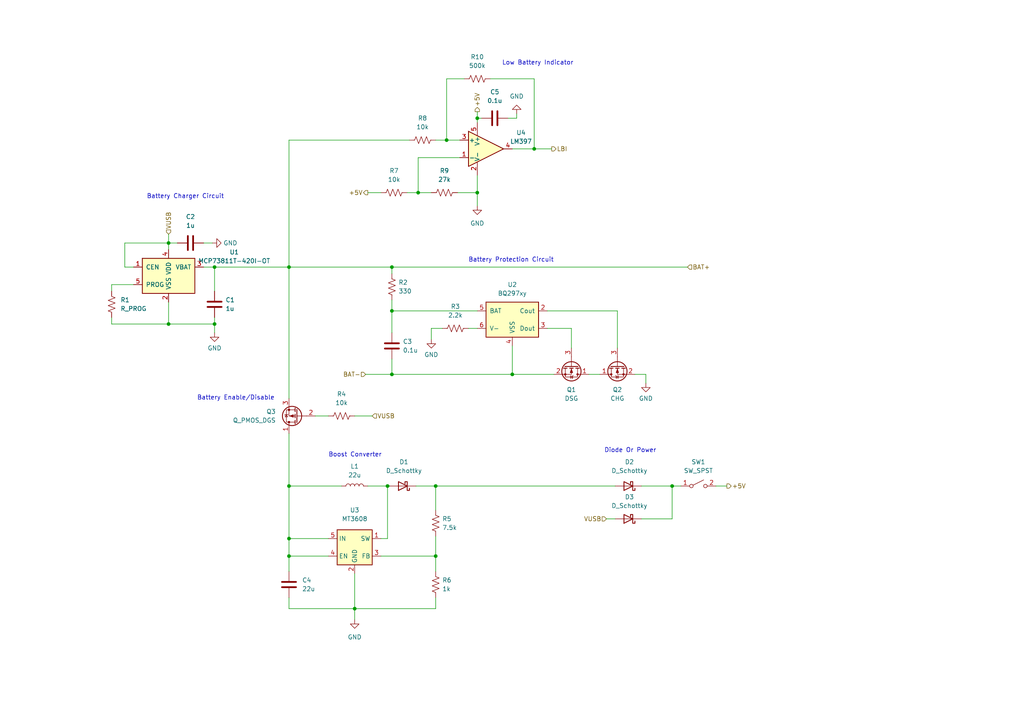
<source format=kicad_sch>
(kicad_sch (version 20211123) (generator eeschema)
  (paper "A4")
  (lib_symbols
    (symbol "Battery_Management:BQ297xy" (pin_names (offset 1.016))
      (property "Reference" "U" (at -6.35 6.35 0))
      (property "Value" "BQ297xy" (at 5.08 -6.35 0))
      (symbol "BQ297xy_0_1"
        (rectangle (start -7.62 5.08) (end 7.62 -5.08) (stroke (width 0.254)) (fill (type background)))
      )
      (symbol "BQ297xy_1_1"
        (pin no_connect line (at 7.62 0 180) (length 2.54) hide (name "NC") (number "1"))
        (pin output line (at 10.16 2.54 180) (length 2.54) (name "Cout") (number "2"))
        (pin output line (at 10.16 -2.54 180) (length 2.54) (name "Dout") (number "3"))
        (pin power_in line (at 0 -7.62 90) (length 2.54) (name "VSS") (number "4"))
        (pin input line (at -10.16 2.54 0) (length 2.54) (name "BAT") (number "5"))
        (pin input line (at -10.16 -2.54 0) (length 2.54) (name "V-") (number "6"))
      )
    )
    (symbol "Battery_Management:MCP73811T-420I-OT" (pin_names (offset 1.016))
      (property "Reference" "U" (at -6.35 6.35 0))
      (property "Value" "MCP73811T-420I-OT" (at 1.27 6.35 0))
      (symbol "MCP73811T-420I-OT_0_1"
        (rectangle (start -7.62 5.08) (end 7.62 -5.08) (stroke (width 0.254)) (fill (type background)))
      )
      (symbol "MCP73811T-420I-OT_1_1"
        (pin input line (at -10.16 2.54 0) (length 2.54) (name "CEN") (number "1"))
        (pin power_in line (at 0 -7.62 90) (length 2.54) (name "VSS") (number "2"))
        (pin power_out line (at 10.16 2.54 180) (length 2.54) (name "VBAT") (number "3"))
        (pin power_in line (at 0 7.62 270) (length 2.54) (name "VDD") (number "4"))
        (pin input line (at -10.16 -2.54 0) (length 2.54) (name "PROG") (number "5"))
      )
    )
    (symbol "Comparator:LM397" (pin_names (offset 0.127))
      (property "Reference" "U" (at 1.27 5.08 0))
      (property "Value" "LM397" (at 3.81 -5.08 0))
      (symbol "LM397_0_1"
        (polyline (pts (xy -5.08 5.08) (xy 5.08 0) (xy -5.08 -5.08) (xy -5.08 5.08)) (stroke (width 0.254)) (fill (type background)))
      )
      (symbol "LM397_1_1"
        (pin input line (at -7.62 -2.54 0) (length 2.54) (name "-") (number "1"))
        (pin power_in line (at -2.54 -7.62 90) (length 3.81) (name "V-") (number "2"))
        (pin input line (at -7.62 2.54 0) (length 2.54) (name "+") (number "3"))
        (pin open_collector line (at 7.62 0 180) (length 2.54) (name "~") (number "4"))
        (pin power_in line (at -2.54 7.62 270) (length 3.81) (name "V+") (number "5"))
      )
    )
    (symbol "Device:C" (pin_numbers hide) (pin_names (offset 0.254))
      (property "Reference" "C" (at 0.635 2.54 0))
      (property "Value" "C" (at 0.635 -2.54 0))
      (symbol "C_0_1"
        (polyline (pts (xy -2.032 -0.762) (xy 2.032 -0.762)) (stroke (width 0.508)))
        (polyline (pts (xy -2.032 0.762) (xy 2.032 0.762)) (stroke (width 0.508)))
      )
      (symbol "C_1_1"
        (pin passive line (at 0 3.81 270) (length 2.794) (name "~") (number "1"))
        (pin passive line (at 0 -3.81 90) (length 2.794) (name "~") (number "2"))
      )
    )
    (symbol "Device:D_Schottky" (pin_numbers hide) (pin_names (offset 1.016) hide)
      (property "Reference" "D" (at 0 2.54 0))
      (property "Value" "D_Schottky" (at 0 -2.54 0))
      (symbol "D_Schottky_0_1"
        (polyline (pts (xy 1.27 0) (xy -1.27 0)))
        (polyline (pts (xy 1.27 1.27) (xy 1.27 -1.27) (xy -1.27 0) (xy 1.27 1.27)) (stroke (width 0.254)))
        (polyline (pts (xy -1.905 0.635) (xy -1.905 1.27) (xy -1.27 1.27) (xy -1.27 -1.27) (xy -0.635 -1.27) (xy -0.635 -0.635)) (stroke (width 0.254)))
      )
      (symbol "D_Schottky_1_1"
        (pin passive line (at -3.81 0 0) (length 2.54) (name "K") (number "1"))
        (pin passive line (at 3.81 0 180) (length 2.54) (name "A") (number "2"))
      )
    )
    (symbol "Device:L" (pin_numbers hide) (pin_names (offset 1.016) hide)
      (property "Reference" "L" (at -1.27 0 90))
      (property "Value" "L" (at 1.905 0 90))
      (symbol "L_0_1"
        (arc (start 0 -2.54) (mid 0.635 -1.905) (end 0 -1.27))
        (arc (start 0 -1.27) (mid 0.635 -0.635) (end 0 0))
        (arc (start 0 0) (mid 0.635 0.635) (end 0 1.27))
        (arc (start 0 1.27) (mid 0.635 1.905) (end 0 2.54))
      )
      (symbol "L_1_1"
        (pin passive line (at 0 3.81 270) (length 1.27) (name "1") (number "1"))
        (pin passive line (at 0 -3.81 90) (length 1.27) (name "2") (number "2"))
      )
    )
    (symbol "Device:Q_NMOS_DSG" (pin_names (offset 0) hide)
      (property "Reference" "Q" (at 5.08 1.27 0))
      (property "Value" "Q_NMOS_DSG" (at 5.08 -1.27 0))
      (symbol "Q_NMOS_DSG_0_1"
        (polyline (pts (xy 0.254 0) (xy -2.54 0)))
        (polyline (pts (xy 0.254 1.905) (xy 0.254 -1.905)) (stroke (width 0.254)))
        (polyline (pts (xy 0.762 -1.27) (xy 0.762 -2.286)) (stroke (width 0.254)))
        (polyline (pts (xy 0.762 0.508) (xy 0.762 -0.508)) (stroke (width 0.254)))
        (polyline (pts (xy 0.762 2.286) (xy 0.762 1.27)) (stroke (width 0.254)))
        (polyline (pts (xy 2.54 2.54) (xy 2.54 1.778)))
        (polyline (pts (xy 2.54 -2.54) (xy 2.54 0) (xy 0.762 0)))
        (polyline (pts (xy 0.762 -1.778) (xy 3.302 -1.778) (xy 3.302 1.778) (xy 0.762 1.778)))
        (polyline (pts (xy 1.016 0) (xy 2.032 0.381) (xy 2.032 -0.381) (xy 1.016 0)) (fill (type outline)))
        (polyline (pts (xy 2.794 0.508) (xy 2.921 0.381) (xy 3.683 0.381) (xy 3.81 0.254)))
        (polyline (pts (xy 3.302 0.381) (xy 2.921 -0.254) (xy 3.683 -0.254) (xy 3.302 0.381)))
        (circle (center 1.651 0) (radius 2.794) (stroke (width 0.254)))
        (circle (center 2.54 -1.778) (radius 0.254) (fill (type outline)))
        (circle (center 2.54 1.778) (radius 0.254) (fill (type outline)))
      )
      (symbol "Q_NMOS_DSG_1_1"
        (pin passive line (at 2.54 5.08 270) (length 2.54) (name "D") (number "1"))
        (pin passive line (at 2.54 -5.08 90) (length 2.54) (name "S") (number "2"))
        (pin input line (at -5.08 0 0) (length 2.54) (name "G") (number "3"))
      )
    )
    (symbol "Device:Q_PMOS_DGS" (pin_names (offset 0) hide)
      (property "Reference" "Q" (at 5.08 1.27 0))
      (property "Value" "Q_PMOS_DGS" (at 5.08 -1.27 0))
      (symbol "Q_PMOS_DGS_0_1"
        (polyline (pts (xy 0.254 0) (xy -2.54 0)))
        (polyline (pts (xy 0.254 1.905) (xy 0.254 -1.905)) (stroke (width 0.254)))
        (polyline (pts (xy 0.762 -1.27) (xy 0.762 -2.286)) (stroke (width 0.254)))
        (polyline (pts (xy 0.762 0.508) (xy 0.762 -0.508)) (stroke (width 0.254)))
        (polyline (pts (xy 0.762 2.286) (xy 0.762 1.27)) (stroke (width 0.254)))
        (polyline (pts (xy 2.54 2.54) (xy 2.54 1.778)))
        (polyline (pts (xy 2.54 -2.54) (xy 2.54 0) (xy 0.762 0)))
        (polyline (pts (xy 0.762 1.778) (xy 3.302 1.778) (xy 3.302 -1.778) (xy 0.762 -1.778)))
        (polyline (pts (xy 2.286 0) (xy 1.27 0.381) (xy 1.27 -0.381) (xy 2.286 0)) (fill (type outline)))
        (polyline (pts (xy 2.794 -0.508) (xy 2.921 -0.381) (xy 3.683 -0.381) (xy 3.81 -0.254)))
        (polyline (pts (xy 3.302 -0.381) (xy 2.921 0.254) (xy 3.683 0.254) (xy 3.302 -0.381)))
        (circle (center 1.651 0) (radius 2.794) (stroke (width 0.254)))
        (circle (center 2.54 -1.778) (radius 0.254) (fill (type outline)))
        (circle (center 2.54 1.778) (radius 0.254) (fill (type outline)))
      )
      (symbol "Q_PMOS_DGS_1_1"
        (pin passive line (at 2.54 5.08 270) (length 2.54) (name "D") (number "1"))
        (pin input line (at -5.08 0 0) (length 2.54) (name "G") (number "2"))
        (pin passive line (at 2.54 -5.08 90) (length 2.54) (name "S") (number "3"))
      )
    )
    (symbol "Device:R_US" (pin_numbers hide) (pin_names (offset 0))
      (property "Reference" "R" (at 2.54 0 90))
      (property "Value" "R_US" (at -2.54 0 90))
      (symbol "R_US_0_1"
        (polyline (pts (xy 0 -2.286) (xy 0 -2.54)))
        (polyline (pts (xy 0 2.286) (xy 0 2.54)))
        (polyline (pts (xy 0 -0.762) (xy 1.016 -1.143) (xy 0 -1.524) (xy -1.016 -1.905) (xy 0 -2.286)))
        (polyline (pts (xy 0 0.762) (xy 1.016 0.381) (xy 0 0) (xy -1.016 -0.381) (xy 0 -0.762)))
        (polyline (pts (xy 0 2.286) (xy 1.016 1.905) (xy 0 1.524) (xy -1.016 1.143) (xy 0 0.762)))
      )
      (symbol "R_US_1_1"
        (pin passive line (at 0 3.81 270) (length 1.27) (name "~") (number "1"))
        (pin passive line (at 0 -3.81 90) (length 1.27) (name "~") (number "2"))
      )
    )
    (symbol "Regulator_Switching:MT3608"
      (property "Reference" "U" (at -2.54 8.89 0))
      (property "Value" "MT3608" (at -3.81 6.35 0))
      (symbol "MT3608_0_1"
        (rectangle (start -5.08 5.08) (end 5.08 -5.08) (stroke (width 0.254)) (fill (type background)))
      )
      (symbol "MT3608_1_1"
        (pin passive line (at 7.62 2.54 180) (length 2.54) (name "SW") (number "1"))
        (pin power_in line (at 0 -7.62 90) (length 2.54) (name "GND") (number "2"))
        (pin input line (at 7.62 -2.54 180) (length 2.54) (name "FB") (number "3"))
        (pin input line (at -7.62 -2.54 0) (length 2.54) (name "EN") (number "4"))
        (pin power_in line (at -7.62 2.54 0) (length 2.54) (name "IN") (number "5"))
        (pin no_connect line (at 5.08 0 180) (length 2.54) hide (name "NC") (number "6"))
      )
    )
    (symbol "Switch:SW_SPST" (pin_names (offset 0) hide)
      (property "Reference" "SW" (at 0 3.175 0))
      (property "Value" "SW_SPST" (at 0 -2.54 0))
      (symbol "SW_SPST_0_0"
        (circle (center -2.032 0) (radius 0.508))
        (polyline (pts (xy -1.524 0.254) (xy 1.524 1.778)))
        (circle (center 2.032 0) (radius 0.508))
      )
      (symbol "SW_SPST_1_1"
        (pin passive line (at -5.08 0 0) (length 2.54) (name "A") (number "1"))
        (pin passive line (at 5.08 0 180) (length 2.54) (name "B") (number "2"))
      )
    )
    (symbol "power:GND" (power) (pin_names (offset 0))
      (property "Value" "GND" (at 0 -3.81 0))
      (symbol "GND_0_1"
        (polyline (pts (xy 0 0) (xy 0 -1.27) (xy 1.27 -1.27) (xy 0 -2.54) (xy -1.27 -1.27) (xy 0 -1.27)))
      )
      (symbol "GND_1_1"
        (pin power_in line (at 0 0 270) (length 0) hide (name "GND") (number "1"))
      )
    )
  )
  (junction (at 83.82 161.29))
  (junction (at 102.87 176.53))
  (junction (at 126.365 140.97))
  (junction (at 138.43 55.88))
  (junction (at 138.43 34.29))
  (junction (at 113.665 90.17))
  (junction (at 83.82 156.21))
  (junction (at 148.59 108.585))
  (junction (at 113.665 108.585))
  (junction (at 48.895 93.98))
  (junction (at 154.94 43.18))
  (junction (at 83.82 140.97))
  (junction (at 112.395 140.97))
  (junction (at 62.23 77.47))
  (junction (at 113.665 77.47))
  (junction (at 194.945 140.97))
  (junction (at 48.895 70.485))
  (junction (at 121.285 55.88))
  (junction (at 126.365 161.29))
  (junction (at 129.54 40.64))
  (junction (at 62.23 93.98))
  (junction (at 83.82 77.47))
  (wire (pts (xy 62.23 92.075) (xy 62.23 93.98)))
  (wire (pts (xy 102.87 166.37) (xy 102.87 176.53)))
  (wire (pts (xy 83.82 40.64) (xy 83.82 77.47)))
  (wire (pts (xy 125.095 95.25) (xy 128.27 95.25)))
  (wire (pts (xy 106.68 55.88) (xy 110.49 55.88)))
  (wire (pts (xy 138.43 34.29) (xy 138.43 35.56)))
  (wire (pts (xy 83.82 161.29) (xy 83.82 165.735)))
  (wire (pts (xy 83.82 40.64) (xy 118.745 40.64)))
  (wire (pts (xy 62.23 77.47) (xy 59.055 77.47)))
  (wire (pts (xy 129.54 40.64) (xy 133.35 40.64)))
  (wire (pts (xy 165.735 95.25) (xy 165.735 100.965)))
  (wire (pts (xy 106.045 108.585) (xy 113.665 108.585)))
  (wire (pts (xy 83.82 176.53) (xy 102.87 176.53)))
  (wire (pts (xy 194.945 150.495) (xy 194.945 140.97)))
  (wire (pts (xy 175.895 150.495) (xy 178.435 150.495)))
  (wire (pts (xy 120.65 140.97) (xy 126.365 140.97)))
  (wire (pts (xy 36.195 77.47) (xy 36.195 70.485)))
  (wire (pts (xy 148.59 100.33) (xy 148.59 108.585)))
  (wire (pts (xy 91.44 120.65) (xy 95.25 120.65)))
  (wire (pts (xy 48.895 70.485) (xy 51.435 70.485)))
  (wire (pts (xy 113.665 90.17) (xy 138.43 90.17)))
  (wire (pts (xy 102.87 176.53) (xy 102.87 179.705)))
  (wire (pts (xy 138.43 32.385) (xy 138.43 34.29)))
  (wire (pts (xy 126.365 140.97) (xy 126.365 147.955)))
  (wire (pts (xy 113.665 86.995) (xy 113.665 90.17)))
  (wire (pts (xy 132.715 55.88) (xy 138.43 55.88)))
  (wire (pts (xy 48.895 87.63) (xy 48.895 93.98)))
  (wire (pts (xy 149.86 33.02) (xy 149.86 34.29)))
  (wire (pts (xy 110.49 156.21) (xy 112.395 156.21)))
  (wire (pts (xy 134.62 22.86) (xy 129.54 22.86)))
  (wire (pts (xy 194.945 140.97) (xy 186.055 140.97)))
  (wire (pts (xy 184.15 108.585) (xy 187.325 108.585)))
  (wire (pts (xy 83.82 173.355) (xy 83.82 176.53)))
  (wire (pts (xy 83.82 140.97) (xy 83.82 156.21)))
  (wire (pts (xy 113.665 90.17) (xy 113.665 96.52)))
  (wire (pts (xy 148.59 108.585) (xy 160.655 108.585)))
  (wire (pts (xy 48.895 93.98) (xy 62.23 93.98)))
  (wire (pts (xy 121.285 45.72) (xy 121.285 55.88)))
  (wire (pts (xy 154.94 22.86) (xy 154.94 43.18)))
  (wire (pts (xy 126.365 155.575) (xy 126.365 161.29)))
  (wire (pts (xy 83.82 156.21) (xy 95.25 156.21)))
  (wire (pts (xy 158.75 90.17) (xy 179.07 90.17)))
  (wire (pts (xy 62.23 77.47) (xy 62.23 84.455)))
  (wire (pts (xy 113.665 104.14) (xy 113.665 108.585)))
  (wire (pts (xy 142.24 22.86) (xy 154.94 22.86)))
  (wire (pts (xy 158.75 95.25) (xy 165.735 95.25)))
  (wire (pts (xy 133.35 45.72) (xy 121.285 45.72)))
  (wire (pts (xy 59.055 70.485) (xy 61.595 70.485)))
  (wire (pts (xy 112.395 156.21) (xy 112.395 140.97)))
  (wire (pts (xy 83.82 77.47) (xy 113.665 77.47)))
  (wire (pts (xy 194.945 140.97) (xy 197.485 140.97)))
  (wire (pts (xy 186.055 150.495) (xy 194.945 150.495)))
  (wire (pts (xy 173.99 108.585) (xy 170.815 108.585)))
  (wire (pts (xy 125.095 98.425) (xy 125.095 95.25)))
  (wire (pts (xy 121.285 55.88) (xy 125.095 55.88)))
  (wire (pts (xy 207.645 140.97) (xy 210.82 140.97)))
  (wire (pts (xy 129.54 22.86) (xy 129.54 40.64)))
  (wire (pts (xy 62.23 93.98) (xy 62.23 96.52)))
  (wire (pts (xy 102.87 120.65) (xy 107.95 120.65)))
  (wire (pts (xy 113.665 108.585) (xy 148.59 108.585)))
  (wire (pts (xy 135.89 95.25) (xy 138.43 95.25)))
  (wire (pts (xy 83.82 161.29) (xy 83.82 156.21)))
  (wire (pts (xy 179.07 90.17) (xy 179.07 100.965)))
  (wire (pts (xy 126.365 161.29) (xy 126.365 165.735)))
  (wire (pts (xy 102.87 176.53) (xy 126.365 176.53)))
  (wire (pts (xy 126.365 140.97) (xy 178.435 140.97)))
  (wire (pts (xy 32.385 93.98) (xy 48.895 93.98)))
  (wire (pts (xy 38.735 82.55) (xy 32.385 82.55)))
  (wire (pts (xy 138.43 50.8) (xy 138.43 55.88)))
  (wire (pts (xy 138.43 34.29) (xy 139.7 34.29)))
  (wire (pts (xy 112.395 140.97) (xy 113.03 140.97)))
  (wire (pts (xy 138.43 55.88) (xy 138.43 59.69)))
  (wire (pts (xy 113.665 77.47) (xy 199.39 77.47)))
  (wire (pts (xy 32.385 92.075) (xy 32.385 93.98)))
  (wire (pts (xy 48.895 67.945) (xy 48.895 70.485)))
  (wire (pts (xy 95.25 161.29) (xy 83.82 161.29)))
  (wire (pts (xy 154.94 43.18) (xy 160.02 43.18)))
  (wire (pts (xy 48.895 70.485) (xy 48.895 72.39)))
  (wire (pts (xy 36.195 70.485) (xy 48.895 70.485)))
  (wire (pts (xy 32.385 82.55) (xy 32.385 84.455)))
  (wire (pts (xy 148.59 43.18) (xy 154.94 43.18)))
  (wire (pts (xy 126.365 176.53) (xy 126.365 173.355)))
  (wire (pts (xy 106.68 140.97) (xy 112.395 140.97)))
  (wire (pts (xy 38.735 77.47) (xy 36.195 77.47)))
  (wire (pts (xy 83.82 125.73) (xy 83.82 140.97)))
  (wire (pts (xy 118.11 55.88) (xy 121.285 55.88)))
  (wire (pts (xy 113.665 77.47) (xy 113.665 79.375)))
  (wire (pts (xy 83.82 140.97) (xy 99.06 140.97)))
  (wire (pts (xy 110.49 161.29) (xy 126.365 161.29)))
  (wire (pts (xy 83.82 77.47) (xy 83.82 115.57)))
  (wire (pts (xy 149.86 34.29) (xy 147.32 34.29)))
  (wire (pts (xy 62.23 77.47) (xy 83.82 77.47)))
  (wire (pts (xy 187.325 108.585) (xy 187.325 111.125)))
  (wire (pts (xy 126.365 40.64) (xy 129.54 40.64)))
  (text "Boost Converter" (at 95.25 132.715 0) (effects (font (size 1.27 1.27)) (justify left bottom)))
  (text "Diode Or Power" (at 175.26 131.445 0) (effects (font (size 1.27 1.27)) (justify left bottom)))
  (text "Low Battery Indicator" (at 166.37 19.05 180) (effects (font (size 1.27 1.27)) (justify right bottom)))
  (text "Battery Enable/Disable" (at 57.15 116.205 0) (effects (font (size 1.27 1.27)) (justify left bottom)))
  (text "Battery Protection Circuit" (at 160.655 76.2 180) (effects (font (size 1.27 1.27)) (justify right bottom)))
  (text "Battery Charger Circuit" (at 42.545 57.785 0) (effects (font (size 1.27 1.27)) (justify left bottom)))
  (hierarchical_label "BAT+" (shape input) (at 199.39 77.47 0))
  (hierarchical_label "VUSB" (shape input) (at 48.895 67.945 90))
  (hierarchical_label "VUSB" (shape input) (at 175.895 150.495 180))
  (hierarchical_label "BAT-" (shape input) (at 106.045 108.585 180))
  (hierarchical_label "+5V" (shape output) (at 210.82 140.97 0))
  (hierarchical_label "+5V" (shape output) (at 138.43 32.385 90))
  (hierarchical_label "LBI" (shape output) (at 160.02 43.18 0))
  (hierarchical_label "+5V" (shape output) (at 106.68 55.88 180))
  (hierarchical_label "VUSB" (shape input) (at 107.95 120.65 0))
  (symbol (lib_id "Device:R_US") (at 122.555 40.64 90) (unit 1)
    (property "Reference" "R8" (at 122.555 34.29 90))
    (property "Value" "10k" (at 122.555 36.83 90))
  )
  (symbol (lib_id "Device:C") (at 143.51 34.29 90) (unit 1)
    (property "Reference" "C5" (at 143.51 26.67 90))
    (property "Value" "0.1u" (at 143.51 29.21 90))
  )
  (symbol (lib_id "Device:Q_PMOS_DGS") (at 86.36 120.65 180) (unit 1)
    (property "Reference" "Q3" (at 80.01 119.3799 0) (effects (justify left)))
    (property "Value" "Q_PMOS_DGS" (at 80.01 121.9199 0) (effects (justify left)))
  )
  (symbol (lib_id "power:GND") (at 102.87 179.705 0) (unit 1)
    (property "Reference" "#PWR06" (effects hide))
    (property "Value" "GND" (at 102.87 184.785 0))
  )
  (symbol (lib_id "Device:R_US") (at 99.06 120.65 90) (unit 1)
    (property "Reference" "R4" (at 99.06 114.3 90))
    (property "Value" "10k" (at 99.06 116.84 90))
  )
  (symbol (lib_id "power:GND") (at 138.43 59.69 0) (unit 1)
    (property "Reference" "#PWR07" (effects hide))
    (property "Value" "GND" (at 138.43 64.77 0))
  )
  (symbol (lib_id "Device:R_US") (at 132.08 95.25 90) (unit 1)
    (property "Reference" "R3" (at 132.08 88.9 90))
    (property "Value" "2.2k" (at 132.08 91.44 90))
  )
  (symbol (lib_id "Switch:SW_SPST") (at 202.565 140.97 0) (unit 1)
    (property "Reference" "SW1" (at 202.565 133.985 0))
    (property "Value" "SW_SPST" (at 202.565 136.525 0))
  )
  (symbol (lib_id "Device:D_Schottky") (at 182.245 140.97 180) (unit 1)
    (property "Reference" "D2" (at 182.5625 133.985 0))
    (property "Value" "D_Schottky" (at 182.5625 136.525 0))
  )
  (symbol (lib_id "Device:Q_NMOS_DSG") (at 165.735 106.045 270) (unit 1)
    (property "Reference" "Q1" (at 165.735 113.03 90))
    (property "Value" "DSG" (at 165.735 115.57 90))
  )
  (symbol (lib_id "Device:R_US") (at 126.365 151.765 0) (unit 1)
    (property "Reference" "R5" (at 128.27 150.4949 0) (effects (justify left)))
    (property "Value" "7.5k" (at 128.27 153.0349 0) (effects (justify left)))
  )
  (symbol (lib_id "Device:C") (at 62.23 88.265 0) (unit 1)
    (property "Reference" "C1" (at 65.405 86.9949 0) (effects (justify left)))
    (property "Value" "1u" (at 65.405 89.5349 0) (effects (justify left)))
  )
  (symbol (lib_id "power:GND") (at 125.095 98.425 0) (unit 1)
    (property "Reference" "#PWR04" (effects hide))
    (property "Value" "GND" (at 125.095 102.87 0))
  )
  (symbol (lib_id "Device:R_US") (at 32.385 88.265 0) (unit 1)
    (property "Reference" "R1" (at 34.925 86.9949 0) (effects (justify left)))
    (property "Value" "R_PROG" (at 34.925 89.5349 0) (effects (justify left)))
  )
  (symbol (lib_id "power:GND") (at 62.23 96.52 0) (unit 1)
    (property "Reference" "#PWR01" (effects hide))
    (property "Value" "GND" (at 62.23 100.965 0))
  )
  (symbol (lib_id "Device:C") (at 83.82 169.545 0) (unit 1)
    (property "Reference" "C4" (at 87.63 168.2749 0) (effects (justify left)))
    (property "Value" "22u" (at 87.63 170.8149 0) (effects (justify left)))
  )
  (symbol (lib_id "Device:R_US") (at 138.43 22.86 90) (unit 1)
    (property "Reference" "R10" (at 138.43 16.51 90))
    (property "Value" "500k" (at 138.43 19.05 90))
  )
  (symbol (lib_id "Regulator_Switching:MT3608") (at 102.87 158.75 0) (unit 1)
    (property "Reference" "U3" (at 102.87 147.955 0))
    (property "Value" "MT3608" (at 102.87 150.495 0))
    (property "Footprint" "Package_TO_SOT_SMD:SOT-23-6" (effects hide))
    (property "Datasheet" "https://www.olimex.com/Products/Breadboarding/BB-PWR-3608/resources/MT3608.pdf" (effects hide))
  )
  (symbol (lib_id "power:GND") (at 149.86 33.02 180) (unit 1)
    (property "Reference" "#PWR08" (effects hide))
    (property "Value" "GND" (at 149.86 27.94 0))
  )
  (symbol (lib_id "Comparator:LM397") (at 140.97 43.18 0) (unit 1)
    (property "Reference" "U4" (at 151.13 38.481 0))
    (property "Value" "LM397" (at 151.13 41.021 0))
    (property "Footprint" "Package_TO_SOT_SMD:SOT-23-5" (effects hide))
    (property "Datasheet" "http://www.ti.com/lit/ds/symlink/lm397.pdf" (effects hide))
  )
  (symbol (lib_id "Device:C") (at 113.665 100.33 0) (unit 1)
    (property "Reference" "C3" (at 116.84 99.0599 0) (effects (justify left)))
    (property "Value" "0.1u" (at 116.84 101.5999 0) (effects (justify left)))
  )
  (symbol (lib_id "power:GND") (at 187.325 111.125 0) (unit 1)
    (property "Reference" "#PWR05" (effects hide))
    (property "Value" "GND" (at 187.325 115.57 0))
  )
  (symbol (lib_id "power:GND") (at 61.595 70.485 90) (unit 1)
    (property "Reference" "#PWR03" (effects hide))
    (property "Value" "GND" (at 64.77 70.4849 90) (effects (justify right)))
  )
  (symbol (lib_id "Device:D_Schottky") (at 116.84 140.97 180) (unit 1)
    (property "Reference" "D1" (at 117.1575 133.985 0))
    (property "Value" "D_Schottky" (at 117.1575 136.525 0))
  )
  (symbol (lib_id "Device:L") (at 102.87 140.97 90) (unit 1)
    (property "Reference" "L1" (at 102.87 135.255 90))
    (property "Value" "22u" (at 102.87 137.795 90))
  )
  (symbol (lib_id "Device:R_US") (at 113.665 83.185 0) (unit 1)
    (property "Reference" "R2" (at 115.57 81.9149 0) (effects (justify left)))
    (property "Value" "330" (at 115.57 84.4549 0) (effects (justify left)))
  )
  (symbol (lib_id "Device:Q_NMOS_DSG") (at 179.07 106.045 90) (mirror x) (unit 1)
    (property "Reference" "Q2" (at 179.07 113.03 90))
    (property "Value" "CHG" (at 179.07 115.57 90))
  )
  (symbol (lib_id "Device:R_US") (at 114.3 55.88 90) (unit 1)
    (property "Reference" "R7" (at 114.3 49.53 90))
    (property "Value" "10k" (at 114.3 52.07 90))
  )
  (symbol (lib_id "Device:D_Schottky") (at 182.245 150.495 180) (unit 1)
    (property "Reference" "D3" (at 182.5625 144.145 0))
    (property "Value" "D_Schottky" (at 182.5625 146.685 0))
  )
  (symbol (lib_id "Battery_Management:BQ297xy") (at 148.59 92.71 0) (unit 1)
    (property "Reference" "U2" (at 148.59 82.55 0))
    (property "Value" "BQ297xy" (at 148.59 85.09 0))
    (property "Footprint" "Package_SON:WSON-6_1.5x1.5mm_P0.5mm" (effects hide))
    (property "Datasheet" "http://www.ti.com/lit/ds/symlink/bq2970.pdf" (effects hide))
  )
  (symbol (lib_id "Device:R_US") (at 128.905 55.88 90) (unit 1)
    (property "Reference" "R9" (at 128.905 49.53 90))
    (property "Value" "27k" (at 128.905 52.07 90))
  )
  (symbol (lib_id "Battery_Management:MCP73811T-420I-OT") (at 48.895 80.01 0) (unit 1)
    (property "Reference" "U1" (at 67.945 73.1393 0))
    (property "Value" "MCP73811T-420I-OT" (at 67.945 75.6793 0))
    (property "Footprint" "Package_TO_SOT_SMD:SOT-23-5" (effects hide))
    (property "Datasheet" "http://ww1.microchip.com/downloads/en/DeviceDoc/22036b.pdf" (effects hide))
  )
  (symbol (lib_id "Device:C") (at 55.245 70.485 90) (unit 1)
    (property "Reference" "C2" (at 55.245 62.865 90))
    (property "Value" "1u" (at 55.245 65.405 90))
  )
  (symbol (lib_id "Device:R_US") (at 126.365 169.545 0) (unit 1)
    (property "Reference" "R6" (at 128.27 168.2749 0) (effects (justify left)))
    (property "Value" "1k" (at 128.27 170.8149 0) (effects (justify left)))
  )
)
</source>
